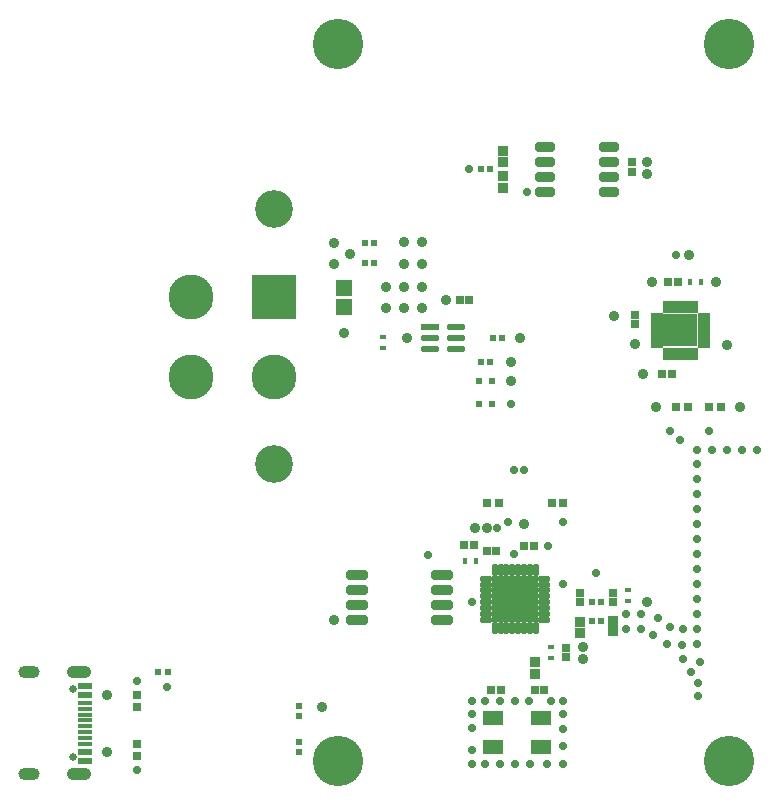
<source format=gts>
%TF.GenerationSoftware,Altium Limited,Altium Designer,23.10.1 (27)*%
G04 Layer_Color=8388736*
%FSLAX45Y45*%
%MOMM*%
%TF.SameCoordinates,42AF00E3-6381-46FF-AB9D-67395AE948A0*%
%TF.FilePolarity,Negative*%
%TF.FileFunction,Soldermask,Top*%
%TF.Part,Single*%
G01*
G75*
%TA.AperFunction,SMDPad,CuDef*%
%ADD12R,0.66817X0.67248*%
%ADD16R,0.52000X0.52000*%
%ADD18R,0.51535X0.47247*%
%ADD19R,0.45000X0.60000*%
%ADD21R,0.60000X0.55000*%
%ADD22R,0.55000X0.60000*%
%ADD23R,1.80000X1.20000*%
%ADD27R,0.67248X0.66817*%
%ADD28R,1.45620X1.35443*%
%ADD29R,1.15000X0.30000*%
%ADD30R,1.15000X0.60000*%
G04:AMPARAMS|DCode=43|XSize=1.55439mm|YSize=0.57213mm|CornerRadius=0.28606mm|HoleSize=0mm|Usage=FLASHONLY|Rotation=0.000|XOffset=0mm|YOffset=0mm|HoleType=Round|Shape=RoundedRectangle|*
%AMROUNDEDRECTD43*
21,1,1.55439,0.00000,0,0,0.0*
21,1,0.98226,0.57213,0,0,0.0*
1,1,0.57213,0.49113,0.00000*
1,1,0.57213,-0.49113,0.00000*
1,1,0.57213,-0.49113,0.00000*
1,1,0.57213,0.49113,0.00000*
%
%ADD43ROUNDEDRECTD43*%
%ADD44R,1.55439X0.57213*%
%ADD45R,0.46818X0.47247*%
%ADD46R,0.60000X0.45000*%
%ADD47R,0.47500X0.50000*%
%ADD48R,0.60000X0.50000*%
%TA.AperFunction,ComponentPad*%
G04:AMPARAMS|DCode=59|XSize=1mm|YSize=1.8mm|CornerRadius=0.5mm|HoleSize=0mm|Usage=FLASHONLY|Rotation=270.000|XOffset=0mm|YOffset=0mm|HoleType=Round|Shape=RoundedRectangle|*
%AMROUNDEDRECTD59*
21,1,1.00000,0.80000,0,0,270.0*
21,1,0.00000,1.80000,0,0,270.0*
1,1,1.00000,-0.40000,0.00000*
1,1,1.00000,-0.40000,0.00000*
1,1,1.00000,0.40000,0.00000*
1,1,1.00000,0.40000,0.00000*
%
%ADD59ROUNDEDRECTD59*%
G04:AMPARAMS|DCode=60|XSize=1mm|YSize=2.1mm|CornerRadius=0.5mm|HoleSize=0mm|Usage=FLASHONLY|Rotation=270.000|XOffset=0mm|YOffset=0mm|HoleType=Round|Shape=RoundedRectangle|*
%AMROUNDEDRECTD60*
21,1,1.00000,1.10000,0,0,270.0*
21,1,0.00000,2.10000,0,0,270.0*
1,1,1.00000,-0.55000,0.00000*
1,1,1.00000,-0.55000,0.00000*
1,1,1.00000,0.55000,0.00000*
1,1,1.00000,0.55000,0.00000*
%
%ADD60ROUNDEDRECTD60*%
%ADD61C,0.65000*%
%TA.AperFunction,ViaPad*%
%ADD62C,0.71120*%
%TA.AperFunction,SMDPad,CuDef*%
G04:AMPARAMS|DCode=74|XSize=0.8032mm|YSize=1.6532mm|CornerRadius=0.1526mm|HoleSize=0mm|Usage=FLASHONLY|Rotation=270.000|XOffset=0mm|YOffset=0mm|HoleType=Round|Shape=RoundedRectangle|*
%AMROUNDEDRECTD74*
21,1,0.80320,1.34800,0,0,270.0*
21,1,0.49800,1.65320,0,0,270.0*
1,1,0.30520,-0.67400,-0.24900*
1,1,0.30520,-0.67400,0.24900*
1,1,0.30520,0.67400,0.24900*
1,1,0.30520,0.67400,-0.24900*
%
%ADD74ROUNDEDRECTD74*%
%ADD75R,0.74320X0.78320*%
%ADD76R,0.85320X0.85320*%
%ADD77R,0.82320X0.86320*%
G04:AMPARAMS|DCode=78|XSize=1.8132mm|YSize=0.7832mm|CornerRadius=0.1741mm|HoleSize=0mm|Usage=FLASHONLY|Rotation=0.000|XOffset=0mm|YOffset=0mm|HoleType=Round|Shape=RoundedRectangle|*
%AMROUNDEDRECTD78*
21,1,1.81320,0.43500,0,0,0.0*
21,1,1.46500,0.78320,0,0,0.0*
1,1,0.34820,0.73250,-0.21750*
1,1,0.34820,-0.73250,-0.21750*
1,1,0.34820,-0.73250,0.21750*
1,1,0.34820,0.73250,0.21750*
%
%ADD78ROUNDEDRECTD78*%
%ADD79R,3.90320X3.90320*%
G04:AMPARAMS|DCode=80|XSize=1.0132mm|YSize=0.4732mm|CornerRadius=0.13535mm|HoleSize=0mm|Usage=FLASHONLY|Rotation=180.000|XOffset=0mm|YOffset=0mm|HoleType=Round|Shape=RoundedRectangle|*
%AMROUNDEDRECTD80*
21,1,1.01320,0.20250,0,0,180.0*
21,1,0.74250,0.47320,0,0,180.0*
1,1,0.27070,-0.37125,0.10125*
1,1,0.27070,0.37125,0.10125*
1,1,0.27070,0.37125,-0.10125*
1,1,0.27070,-0.37125,-0.10125*
%
%ADD80ROUNDEDRECTD80*%
G04:AMPARAMS|DCode=81|XSize=0.4732mm|YSize=1.0132mm|CornerRadius=0.13535mm|HoleSize=0mm|Usage=FLASHONLY|Rotation=180.000|XOffset=0mm|YOffset=0mm|HoleType=Round|Shape=RoundedRectangle|*
%AMROUNDEDRECTD81*
21,1,0.47320,0.74250,0,0,180.0*
21,1,0.20250,1.01320,0,0,180.0*
1,1,0.27070,-0.10125,0.37125*
1,1,0.27070,0.10125,0.37125*
1,1,0.27070,0.10125,-0.37125*
1,1,0.27070,-0.10125,-0.37125*
%
%ADD81ROUNDEDRECTD81*%
%ADD82R,2.90320X2.80320*%
%ADD83R,1.00320X0.55320*%
%ADD84R,0.55320X1.05320*%
%ADD85R,0.78320X0.74320*%
%ADD86R,0.76320X0.72320*%
%TA.AperFunction,ComponentPad*%
%ADD87C,3.19320*%
%ADD88C,3.80920*%
%ADD89R,3.80920X3.80920*%
%TA.AperFunction,ViaPad*%
%ADD90C,0.91440*%
%ADD91C,4.26720*%
%ADD92C,1.47320*%
%ADD93C,0.70320*%
D12*
X4775785Y2438400D02*
D03*
X4876215D02*
D03*
X5829885Y3251200D02*
D03*
X5930315D02*
D03*
X6209715D02*
D03*
X6109285D02*
D03*
X4229685Y2438400D02*
D03*
X4330115D02*
D03*
D16*
X4176400Y5265420D02*
D03*
X4256400D02*
D03*
D18*
X5194056Y1435100D02*
D03*
X5118344D02*
D03*
X3276356Y4635500D02*
D03*
X3200644D02*
D03*
X3276356Y4470400D02*
D03*
X3200644D02*
D03*
X5194056Y1600200D02*
D03*
X5118344D02*
D03*
D19*
X4136900Y1943100D02*
D03*
X4041900D02*
D03*
X6041900Y4305300D02*
D03*
X5946900D02*
D03*
D21*
X2641600Y630600D02*
D03*
Y715600D02*
D03*
Y410800D02*
D03*
Y325800D02*
D03*
D22*
X1443400Y1003300D02*
D03*
X1528400D02*
D03*
D23*
X4683100Y375300D02*
D03*
X4283100D02*
D03*
Y615300D02*
D03*
X4683100D02*
D03*
D27*
X1270000Y292685D02*
D03*
Y393115D02*
D03*
Y711785D02*
D03*
Y812215D02*
D03*
D28*
X3022600Y4255889D02*
D03*
Y4100712D02*
D03*
D29*
X828900Y746500D02*
D03*
Y696500D02*
D03*
Y646500D02*
D03*
Y596500D02*
D03*
Y546500D02*
D03*
Y496500D02*
D03*
Y446500D02*
D03*
Y396500D02*
D03*
D30*
Y811500D02*
D03*
Y331500D02*
D03*
Y891500D02*
D03*
Y251500D02*
D03*
D43*
X3970829Y3930400D02*
D03*
Y3835400D02*
D03*
Y3740400D02*
D03*
X3750771D02*
D03*
Y3835400D02*
D03*
D44*
Y3930400D02*
D03*
D45*
X4277785Y3835400D02*
D03*
X4358215D02*
D03*
X4256615Y3632200D02*
D03*
X4176185D02*
D03*
D46*
X3346450Y3844800D02*
D03*
Y3749800D02*
D03*
X4775200Y1120900D02*
D03*
Y1215900D02*
D03*
X5422900Y1698500D02*
D03*
Y1603500D02*
D03*
D47*
X4165145Y3276600D02*
D03*
X4267655D02*
D03*
D48*
X4271400Y3467100D02*
D03*
X4161400D02*
D03*
D59*
X353400Y1003500D02*
D03*
Y139500D02*
D03*
D60*
X771400Y1003500D02*
D03*
Y139500D02*
D03*
D61*
X721400Y860500D02*
D03*
Y282500D02*
D03*
D62*
X5867400Y2971800D02*
D03*
X4546600Y2717800D02*
D03*
X4457700D02*
D03*
X4406900Y2273300D02*
D03*
X4318000Y2222500D02*
D03*
X4076700Y5265420D02*
D03*
X4876800Y2273300D02*
D03*
Y1752600D02*
D03*
X4572000Y5067300D02*
D03*
X4457700Y2006600D02*
D03*
X5778500Y3048000D02*
D03*
X6108700D02*
D03*
X1524000Y876300D02*
D03*
X1270000Y927100D02*
D03*
X6007100Y2882900D02*
D03*
X6134100D02*
D03*
X6515100D02*
D03*
X6388100D02*
D03*
X6261100D02*
D03*
X6019800Y800100D02*
D03*
Y914400D02*
D03*
X5956300Y1003300D02*
D03*
X5892800Y1117600D02*
D03*
X5880100Y1231900D02*
D03*
X5753100Y1244600D02*
D03*
X5638800Y1320800D02*
D03*
X5537200Y1371600D02*
D03*
X5410200D02*
D03*
Y1498600D02*
D03*
X5537200D02*
D03*
X5676900Y1460500D02*
D03*
X5778500Y1384300D02*
D03*
X5892800Y1371600D02*
D03*
X6007100Y1244600D02*
D03*
Y1371600D02*
D03*
Y1498600D02*
D03*
Y1625600D02*
D03*
Y1752600D02*
D03*
Y1879600D02*
D03*
Y2006600D02*
D03*
Y2133600D02*
D03*
Y2260600D02*
D03*
Y2387600D02*
D03*
Y2514600D02*
D03*
Y2641600D02*
D03*
Y2768600D02*
D03*
X6032500Y1092200D02*
D03*
X5156200Y1841500D02*
D03*
X3733800Y1993900D02*
D03*
X4102100Y1598640D02*
D03*
X4749800Y2070100D02*
D03*
X5829300Y4533900D02*
D03*
X4102100Y342900D02*
D03*
Y762000D02*
D03*
Y647700D02*
D03*
Y533400D02*
D03*
X4876800Y381000D02*
D03*
X4102100Y228600D02*
D03*
X4216400D02*
D03*
X4343400D02*
D03*
X4470400D02*
D03*
X4597400D02*
D03*
X4737100D02*
D03*
X4876800D02*
D03*
Y520700D02*
D03*
Y647700D02*
D03*
Y762000D02*
D03*
X4768671D02*
D03*
X4216400D02*
D03*
X4584700D02*
D03*
X4343400D02*
D03*
X4470400D02*
D03*
X4584700Y1500625D02*
D03*
X4356100Y1498600D02*
D03*
X4470400D02*
D03*
X4356100Y1625600D02*
D03*
X1270000Y177800D02*
D03*
X4432300Y3276600D02*
D03*
X4356100Y1741925D02*
D03*
X4584700Y1627625D02*
D03*
Y1741925D02*
D03*
X4470400D02*
D03*
D74*
X4718600Y5448300D02*
D03*
Y5321300D02*
D03*
Y5194300D02*
D03*
Y5067300D02*
D03*
X5263600Y5448300D02*
D03*
Y5321300D02*
D03*
Y5194300D02*
D03*
Y5067300D02*
D03*
D75*
X5461000Y5243300D02*
D03*
Y5321300D02*
D03*
X4902200Y1207400D02*
D03*
Y1129400D02*
D03*
X5486400Y3948800D02*
D03*
Y4026800D02*
D03*
X5295656Y1599300D02*
D03*
Y1677300D02*
D03*
X5016256D02*
D03*
Y1599300D02*
D03*
D76*
X4368800Y5421300D02*
D03*
Y5321300D02*
D03*
Y5206200D02*
D03*
Y5106200D02*
D03*
X4635500Y992200D02*
D03*
Y1092200D02*
D03*
D77*
X5016500Y1340300D02*
D03*
Y1428300D02*
D03*
X5295900Y1441000D02*
D03*
Y1353000D02*
D03*
D78*
X3130174Y1827740D02*
D03*
Y1700740D02*
D03*
Y1573740D02*
D03*
Y1446740D02*
D03*
X3851174D02*
D03*
Y1573740D02*
D03*
Y1700740D02*
D03*
Y1827740D02*
D03*
D79*
X4469200Y1621900D02*
D03*
D80*
X4224200Y1446900D02*
D03*
Y1496900D02*
D03*
Y1546900D02*
D03*
Y1596900D02*
D03*
Y1646900D02*
D03*
Y1696900D02*
D03*
Y1746900D02*
D03*
Y1796900D02*
D03*
X4714200D02*
D03*
Y1746900D02*
D03*
Y1696900D02*
D03*
Y1646900D02*
D03*
Y1596900D02*
D03*
Y1546900D02*
D03*
Y1496900D02*
D03*
Y1446900D02*
D03*
D81*
X4644200Y1376900D02*
D03*
X4594200D02*
D03*
X4544200D02*
D03*
X4494200D02*
D03*
X4444200D02*
D03*
X4394200D02*
D03*
X4344200D02*
D03*
X4294200D02*
D03*
Y1866900D02*
D03*
X4344200D02*
D03*
X4394200D02*
D03*
X4444200D02*
D03*
X4494200D02*
D03*
X4544200D02*
D03*
X4594200D02*
D03*
X4644200D02*
D03*
D82*
X5867400Y3898900D02*
D03*
D83*
X5667400Y4023900D02*
D03*
Y3973900D02*
D03*
Y3923900D02*
D03*
Y3873900D02*
D03*
Y3823900D02*
D03*
Y3773900D02*
D03*
X6067400Y4023900D02*
D03*
Y3973900D02*
D03*
Y3923900D02*
D03*
Y3873900D02*
D03*
Y3823900D02*
D03*
Y3773900D02*
D03*
D84*
X5742400Y3701400D02*
D03*
X5792400D02*
D03*
X5842400D02*
D03*
X5892400D02*
D03*
X5942400D02*
D03*
X5992400D02*
D03*
X5742400Y4096400D02*
D03*
X5792400D02*
D03*
X5842400D02*
D03*
X5892400D02*
D03*
X5942400D02*
D03*
X5992400D02*
D03*
D85*
X5714100Y3530600D02*
D03*
X5792100D02*
D03*
X5764900Y4305300D02*
D03*
X5842900D02*
D03*
X4037700Y2082800D02*
D03*
X4115700D02*
D03*
X4545700Y2070100D02*
D03*
X4623700D02*
D03*
X4077600Y4152900D02*
D03*
X3999600D02*
D03*
X4306200Y2032000D02*
D03*
X4228200D02*
D03*
D86*
X4634600Y850900D02*
D03*
X4712600D02*
D03*
X4344300D02*
D03*
X4266300D02*
D03*
D87*
X2426200Y4922300D02*
D03*
Y2763300D02*
D03*
D88*
X1727200Y4178300D02*
D03*
Y3507300D02*
D03*
X2426200D02*
D03*
D89*
Y4178300D02*
D03*
D90*
X5588000Y5219700D02*
D03*
X4546600Y2260600D02*
D03*
X5588000Y5321300D02*
D03*
X2832100Y711200D02*
D03*
X5588000Y1600200D02*
D03*
X6168900Y4305300D02*
D03*
X5041900Y1117600D02*
D03*
Y1219200D02*
D03*
X4432300Y3467100D02*
D03*
Y3632200D02*
D03*
X4229100Y2222500D02*
D03*
X4127500D02*
D03*
X2933700Y1447800D02*
D03*
X5549900Y3530600D02*
D03*
X5943600Y4533900D02*
D03*
X2933700Y4457700D02*
D03*
X6375400Y3251200D02*
D03*
X5664200D02*
D03*
X5486400Y3784600D02*
D03*
X5304171Y4016694D02*
D03*
X5626100Y4305300D02*
D03*
X6261100Y3771900D02*
D03*
X4508500Y3835400D02*
D03*
X3886200Y4152900D02*
D03*
X3378200Y4089400D02*
D03*
X3683000Y4648200D02*
D03*
Y4457700D02*
D03*
Y4267200D02*
D03*
Y4089400D02*
D03*
X3530600D02*
D03*
X3378200Y4267200D02*
D03*
X3530600D02*
D03*
Y4457700D02*
D03*
Y4648200D02*
D03*
X3066355Y4544583D02*
D03*
X3022600Y3873500D02*
D03*
X2933700Y4635500D02*
D03*
X3556000Y3835400D02*
D03*
X1016000Y812800D02*
D03*
Y330200D02*
D03*
D91*
X6281420Y250952D02*
D03*
X6281622Y6324600D02*
D03*
X2971800Y250985D02*
D03*
Y6324600D02*
D03*
D92*
X4470400Y1625600D02*
D03*
D93*
X5922400Y3843900D02*
D03*
X5812400D02*
D03*
Y3953900D02*
D03*
X5922400D02*
D03*
%TF.MD5,2716f84ad69dd6f721841f68f6353ed8*%
M02*

</source>
